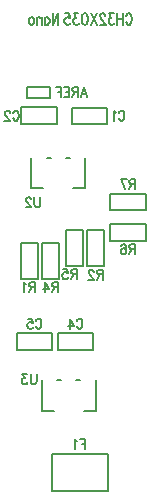
<source format=gbr>
G71*
G90*
G04 Quadcept GERBER*
%MOMM*%
%FSLAX44Y44*%
%ADD10C,0.15*%
%ADD11C,0.2*%
G54D10*
G01X32810Y115200D02*
G01X33130Y116000D01*
G01X33734Y116800D01*
G01X34374Y117200D01*
G01X35619D01*
G01X36223Y116800D01*
G01X36863Y116000D01*
G01X37148Y115200D01*
G01X37468Y114000D01*
G01Y112000D01*
G01X37148Y110800D01*
G01X36863Y110000D01*
G01X36223Y109200D01*
G01X35619Y108800D01*
G01X34374D01*
G01X33734Y109200D01*
G01X33130Y110000D01*
G01X32810Y110800D01*
G01X30310Y115600D02*
G01X29599Y116000D01*
G01X28532Y117200D01*
G01Y108800D01*
G01X-56590Y115200D02*
G01X-56270Y116000D01*
G01X-55666Y116800D01*
G01X-55026Y117200D01*
G01X-53781D01*
G01X-53177Y116800D01*
G01X-52537Y116000D01*
G01X-52252Y115200D01*
G01X-51932Y114000D01*
G01Y112000D01*
G01X-52252Y110800D01*
G01X-52537Y110000D01*
G01X-53177Y109200D01*
G01X-53781Y108800D01*
G01X-55026D01*
G01X-55666Y109200D01*
G01X-56270Y110000D01*
G01X-56590Y110800D01*
G01X-59446Y115200D02*
G01Y115600D01*
G01X-59801Y116400D01*
G01X-60157Y116800D01*
G01X-60868Y117200D01*
G01X-62290D01*
G01X-63001Y116800D01*
G01X-63357Y116400D01*
G01X-63712Y115600D01*
G01Y114800D01*
G01X-63357Y114000D01*
G01X-62646Y112800D01*
G01X-59090Y108800D01*
G01X-64068D01*
G01X-2750Y-60800D02*
G01X-2430Y-60000D01*
G01X-1826Y-59200D01*
G01X-1186Y-58800D01*
G01X0059D01*
G01X0663Y-59200D01*
G01X1303Y-60000D01*
G01X1588Y-60800D01*
G01X1908Y-62000D01*
G01Y-64000D01*
G01X1588Y-65200D01*
G01X1303Y-66000D01*
G01X0663Y-66800D01*
G01X0059Y-67200D01*
G01X-1186D01*
G01X-1826Y-66800D01*
G01X-2430Y-66000D01*
G01X-2750Y-65200D01*
G01X-8877Y-58800D02*
G01X-5250Y-64667D01*
G01X-9908D01*
G01X-8877Y-58800D02*
G01Y-67200D01*
G01X-37390Y-60800D02*
G01X-37070Y-60000D01*
G01X-36466Y-59200D01*
G01X-35826Y-58800D01*
G01X-34581D01*
G01X-33977Y-59200D01*
G01X-33337Y-60000D01*
G01X-33052Y-60800D01*
G01X-32732Y-62000D01*
G01Y-64000D01*
G01X-33052Y-65200D01*
G01X-33337Y-66000D01*
G01X-33977Y-66800D01*
G01X-34581Y-67200D01*
G01X-35826D01*
G01X-36466Y-66800D01*
G01X-37070Y-66000D01*
G01X-37390Y-65200D01*
G01X-44157Y-58800D02*
G01X-40601D01*
G01X-40246Y-62400D01*
G01X-40601Y-62000D01*
G01X-41668Y-61600D01*
G01X-42734D01*
G01X-43801Y-62000D01*
G01X-44512Y-62800D01*
G01X-44868Y-64000D01*
G01Y-64800D01*
G01X-44512Y-66000D01*
G01X-43801Y-66800D01*
G01X-42734Y-67200D01*
G01X-41668D01*
G01X-40601Y-66800D01*
G01X-40246Y-66400D01*
G01X-39890Y-65600D01*
G01X4450Y-160800D02*
G01Y-169200D01*
G01X4450Y-160800D02*
G01X-0172D01*
G01X4450Y-164800D02*
G01X1606D01*
G01X-2672Y-162400D02*
G01X-3383Y-162000D01*
G01X-4450Y-160800D01*
G01Y-169200D01*
G01X-18932Y-27800D02*
G01Y-36200D01*
G01X-18932Y-27800D02*
G01X-22132D01*
G01X-23199Y-28200D01*
G01X-23554Y-28600D01*
G01X-23910Y-29400D01*
G01Y-30200D01*
G01X-23554Y-31000D01*
G01X-23199Y-31400D01*
G01X-22132Y-31800D01*
G01X-18932D01*
G01X-21421Y-31800D02*
G01X-23910Y-36200D01*
G01X-30037Y-27800D02*
G01X-26410Y-33667D01*
G01X-31068D01*
G01X-30037Y-27800D02*
G01Y-36200D01*
G01X-2772Y-16800D02*
G01Y-25200D01*
G01X-2772Y-16800D02*
G01X-5972D01*
G01X-7039Y-17200D01*
G01X-7394Y-17600D01*
G01X-7750Y-18400D01*
G01Y-19200D01*
G01X-7394Y-20000D01*
G01X-7039Y-20400D01*
G01X-5972Y-20800D01*
G01X-2772D01*
G01X-5261Y-20800D02*
G01X-7750Y-25200D01*
G01X-14517Y-16800D02*
G01X-10961D01*
G01X-10606Y-20400D01*
G01X-10961Y-20000D01*
G01X-12028Y-19600D01*
G01X-13094D01*
G01X-14161Y-20000D01*
G01X-14872Y-20800D01*
G01X-15228Y-22000D01*
G01Y-22800D01*
G01X-14872Y-24000D01*
G01X-14161Y-24800D01*
G01X-13094Y-25200D01*
G01X-12028D01*
G01X-10961Y-24800D01*
G01X-10606Y-24400D01*
G01X-10250Y-23600D01*
G01X46550Y4200D02*
G01Y-4200D01*
G01X46550Y4200D02*
G01X43350D01*
G01X42283Y3800D01*
G01X41928Y3400D01*
G01X41572Y2600D01*
G01Y1800D01*
G01X41928Y1000D01*
G01X42283Y0600D01*
G01X43350Y0200D01*
G01X46550D01*
G01X44061Y0200D02*
G01X41572Y-4200D01*
G01X34806Y3000D02*
G01X35161Y3800D01*
G01X36228Y4200D01*
G01X36939D01*
G01X38006Y3800D01*
G01X38717Y2600D01*
G01X39072Y0600D01*
G01Y-1400D01*
G01X38717Y-3000D01*
G01X38006Y-3800D01*
G01X36939Y-4200D01*
G01X36583D01*
G01X35517Y-3800D01*
G01X34806Y-3000D01*
G01X34450Y-1800D01*
G01Y-1400D01*
G01X34806Y-0200D01*
G01X35517Y0600D01*
G01X36583Y1000D01*
G01X36939D01*
G01X38006Y0600D01*
G01X38717Y-0200D01*
G01X39072Y-1400D01*
G01X46728Y59200D02*
G01Y50800D01*
G01X46728Y59200D02*
G01X43528D01*
G01X42461Y58800D01*
G01X42106Y58400D01*
G01X41750Y57600D01*
G01Y56800D01*
G01X42106Y56000D01*
G01X42461Y55600D01*
G01X43528Y55200D01*
G01X46728D01*
G01X44239Y55200D02*
G01X41750Y50800D01*
G01X34272Y59200D02*
G01X37828Y50800D01*
G01X39250Y59200D02*
G01X34272D01*
G01X3361Y137191D02*
G01X5850Y128791D01*
G01X3361Y137191D02*
G01X0872Y128791D01*
G01X4926Y131058D02*
G01X1797D01*
G01X-1628Y137191D02*
G01Y128791D01*
G01X-1628Y137191D02*
G01X-4828D01*
G01X-5894Y136791D01*
G01X-6250Y136391D01*
G01X-6606Y135591D01*
G01Y134791D01*
G01X-6250Y133991D01*
G01X-5894Y133591D01*
G01X-4828Y133191D01*
G01X-1628D01*
G01X-4117Y133191D02*
G01X-6606Y128791D01*
G01X-9106Y137191D02*
G01Y128791D01*
G01X-9106Y137191D02*
G01X-13728D01*
G01X-9106Y133191D02*
G01X-11950D01*
G01X-9106Y128791D02*
G01X-13728D01*
G01X-16228Y137191D02*
G01Y128791D01*
G01X-16228Y137191D02*
G01X-20850D01*
G01X-16228Y133191D02*
G01X-19072D01*
G01X-38372Y-27800D02*
G01Y-36200D01*
G01X-38372Y-27800D02*
G01X-41572D01*
G01X-42639Y-28200D01*
G01X-42994Y-28600D01*
G01X-43350Y-29400D01*
G01Y-30200D01*
G01X-42994Y-31000D01*
G01X-42639Y-31400D01*
G01X-41572Y-31800D01*
G01X-38372D01*
G01X-40861Y-31800D02*
G01X-43350Y-36200D01*
G01X-45850Y-29400D02*
G01X-46561Y-29000D01*
G01X-47628Y-27800D01*
G01Y-36200D01*
G01X19228Y-17300D02*
G01Y-25700D01*
G01X19228Y-17300D02*
G01X16028D01*
G01X14961Y-17700D01*
G01X14606Y-18100D01*
G01X14250Y-18900D01*
G01Y-19700D01*
G01X14606Y-20500D01*
G01X14961Y-20900D01*
G01X16028Y-21300D01*
G01X19228D01*
G01X16739Y-21300D02*
G01X14250Y-25700D01*
G01X11394Y-19300D02*
G01Y-18900D01*
G01X11039Y-18100D01*
G01X10683Y-17700D01*
G01X9972Y-17300D01*
G01X8550D01*
G01X7839Y-17700D01*
G01X7483Y-18100D01*
G01X7128Y-18900D01*
G01Y-19700D01*
G01X7483Y-20500D01*
G01X8194Y-21700D01*
G01X11750Y-25700D01*
G01X6772D01*
G01X-36772Y-105800D02*
G01Y-111800D01*
G01X-37128Y-113000D01*
G01X-37839Y-113800D01*
G01X-38906Y-114200D01*
G01X-39617D01*
G01X-40683Y-113800D01*
G01X-41394Y-113000D01*
G01X-41750Y-111800D01*
G01Y-105800D01*
G01X-44961Y-105800D02*
G01X-48872D01*
G01X-46739Y-109000D01*
G01X-47806D01*
G01X-48517Y-109400D01*
G01X-48872Y-109800D01*
G01X-49228Y-111000D01*
G01Y-111800D01*
G01X-48872Y-113000D01*
G01X-48161Y-113800D01*
G01X-47094Y-114200D01*
G01X-46028D01*
G01X-44961Y-113800D01*
G01X-44606Y-113400D01*
G01X-44250Y-112600D01*
G01X-33772Y44200D02*
G01Y38200D01*
G01X-34128Y37000D01*
G01X-34839Y36200D01*
G01X-35906Y35800D01*
G01X-36617D01*
G01X-37683Y36200D01*
G01X-38394Y37000D01*
G01X-38750Y38200D01*
G01Y44200D01*
G01X-41606Y42200D02*
G01Y42600D01*
G01X-41961Y43400D01*
G01X-42317Y43800D01*
G01X-43028Y44200D01*
G01X-44450D01*
G01X-45161Y43800D01*
G01X-45517Y43400D01*
G01X-45872Y42600D01*
G01Y41800D01*
G01X-45517Y41000D01*
G01X-44806Y39800D01*
G01X-41250Y35800D01*
G01X-46228D01*
G01X38982Y197640D02*
G01X39302Y198600D01*
G01X39907Y199560D01*
G01X40547Y200040D01*
G01X41791D01*
G01X42396Y199560D01*
G01X43036Y198600D01*
G01X43320Y197640D01*
G01X43640Y196200D01*
G01Y193800D01*
G01X43320Y192360D01*
G01X43036Y191400D01*
G01X42396Y190440D01*
G01X41791Y189960D01*
G01X40547D01*
G01X39907Y190440D01*
G01X39302Y191400D01*
G01X38982Y192360D01*
G01X36482Y200040D02*
G01Y189960D01*
G01X31504Y200040D02*
G01Y189960D01*
G01X36482Y195240D02*
G01X31504D01*
G01X28293Y200040D02*
G01X24382D01*
G01X26516Y196200D01*
G01X25449D01*
G01X24738Y195720D01*
G01X24382Y195240D01*
G01X24027Y193800D01*
G01Y192840D01*
G01X24382Y191400D01*
G01X25093Y190440D01*
G01X26160Y189960D01*
G01X27227D01*
G01X28293Y190440D01*
G01X28649Y190920D01*
G01X29004Y191880D01*
G01X21171Y197640D02*
G01Y198120D01*
G01X20816Y199080D01*
G01X20460Y199560D01*
G01X19749Y200040D01*
G01X18327D01*
G01X17616Y199560D01*
G01X17260Y199080D01*
G01X16904Y198120D01*
G01Y197160D01*
G01X17260Y196200D01*
G01X17971Y194760D01*
G01X21527Y189960D01*
G01X16549D01*
G01X14049Y200040D02*
G01X9071Y189960D01*
G01X9071Y200040D02*
G01X14049Y189960D01*
G01X4438Y200040D02*
G01X5504Y199560D01*
G01X6216Y198120D01*
G01X6571Y195720D01*
G01Y194280D01*
G01X6216Y191880D01*
G01X5504Y190440D01*
G01X4438Y189960D01*
G01X3727D01*
G01X2660Y190440D01*
G01X1949Y191880D01*
G01X1593Y194280D01*
G01Y195720D01*
G01X1949Y198120D01*
G01X2660Y199560D01*
G01X3727Y200040D01*
G01X4438D01*
G01X-1618Y200040D02*
G01X-5529D01*
G01X-3396Y196200D01*
G01X-4462D01*
G01X-5173Y195720D01*
G01X-5529Y195240D01*
G01X-5884Y193800D01*
G01Y192840D01*
G01X-5529Y191400D01*
G01X-4818Y190440D01*
G01X-3751Y189960D01*
G01X-2684D01*
G01X-1618Y190440D01*
G01X-1262Y190920D01*
G01X-0907Y191880D01*
G01X-12651Y200040D02*
G01X-9096D01*
G01X-8740Y195720D01*
G01X-9096Y196200D01*
G01X-10162Y196680D01*
G01X-11229D01*
G01X-12296Y196200D01*
G01X-13007Y195240D01*
G01X-13362Y193800D01*
G01Y192840D01*
G01X-13007Y191400D01*
G01X-12296Y190440D01*
G01X-11229Y189960D01*
G01X-10162D01*
G01X-9096Y190440D01*
G01X-8740Y190920D01*
G01X-8384Y191880D01*
G01X-18362Y200040D02*
G01Y189960D01*
G01X-18362Y200040D02*
G01X-23340Y189960D01*
G01X-23340Y200040D02*
G01Y189960D01*
G01X-30107Y196680D02*
G01Y189960D01*
G01X-30107Y195240D02*
G01X-29396Y196200D01*
G01X-28684Y196680D01*
G01X-27618D01*
G01X-26907Y196200D01*
G01X-26196Y195240D01*
G01X-25840Y193800D01*
G01Y192840D01*
G01X-26196Y191400D01*
G01X-26907Y190440D01*
G01X-27618Y189960D01*
G01X-28684D01*
G01X-29396Y190440D01*
G01X-30107Y191400D01*
G01X-32607Y196680D02*
G01Y189960D01*
G01X-32607Y194760D02*
G01X-33673Y196200D01*
G01X-34384Y196680D01*
G01X-35451D01*
G01X-36162Y196200D01*
G01X-36518Y194760D01*
G01Y189960D01*
G01X-40796Y196680D02*
G01X-40084Y196200D01*
G01X-39373Y195240D01*
G01X-39018Y193800D01*
G01Y192840D01*
G01X-39373Y191400D01*
G01X-40084Y190440D01*
G01X-40796Y189960D01*
G01X-41862D01*
G01X-42573Y190440D01*
G01X-43284Y191400D01*
G01X-43640Y192840D01*
G01Y193800D01*
G01X-43284Y195240D01*
G01X-42573Y196200D01*
G01X-41862Y196680D01*
G01X-40796D01*
G54D11*
G01X22950Y105950D02*
G01Y119950D01*
G01X-7150Y105950D02*
G01X22950D01*
G01X-7150Y119950D02*
G01Y105950D01*
G01X22950Y119950D02*
G01X-7150D01*
G01X-49850Y120050D02*
G01Y106050D01*
G01X-19750Y120050D02*
G01X-49850D01*
G01X-19750Y106050D02*
G01Y120050D01*
G01X-49850Y106050D02*
G01X-19750D01*
G01X11050Y-85050D02*
G01Y-71050D01*
G01X-19050Y-85050D02*
G01X11050D01*
G01X-19050Y-71050D02*
G01Y-85050D01*
G01X11050Y-71050D02*
G01X-19050D01*
G01X-53850Y-70950D02*
G01Y-84950D01*
G01X-23750Y-70950D02*
G01X-53850D01*
G01X-23750Y-84950D02*
G01Y-70950D01*
G01X-53850Y-84950D02*
G01X-23750D01*
G01X-24000Y-173500D02*
G01Y-204500D01*
G01X24000Y-173500D02*
G01X-24000D01*
G01X24000Y-204500D02*
G01Y-173500D01*
G01X-24000Y-204500D02*
G01X24000D01*
G01X-17950Y5050D02*
G01X-31950D01*
G01X-17950Y-25050D02*
G01Y5050D01*
G01X-31950Y-25050D02*
G01X-17950D01*
G01X-31950Y5050D02*
G01Y-25050D01*
G01X2050Y16050D02*
G01X-11950D01*
G01X2050Y-14050D02*
G01Y16050D01*
G01X-11950Y-14050D02*
G01X2050D01*
G01X-11950Y16050D02*
G01Y-14050D01*
G01X55550Y7150D02*
G01Y21150D01*
G01X25450Y7150D02*
G01X55550D01*
G01X25450Y21150D02*
G01Y7150D01*
G01X55550Y21150D02*
G01X25450D01*
G01X55550Y32950D02*
G01Y46950D01*
G01X25450Y32950D02*
G01X55550D01*
G01X25450Y46950D02*
G01Y32950D01*
G01X55550Y46950D02*
G01X25450D01*
G01X-25714Y128334D02*
G01Y137334D01*
G01X-44714Y137334D02*
G01Y128334D01*
G01X-25714Y137334D02*
G01X-44714D01*
G01X-44714Y128334D02*
G01X-25714D01*
G01X-35950Y5050D02*
G01X-49950D01*
G01X-35950Y-25050D02*
G01Y5050D01*
G01X-49950Y-25050D02*
G01X-35950D01*
G01X-49950Y5050D02*
G01Y-25050D01*
G01X20050Y16050D02*
G01X6050D01*
G01X20050Y-14050D02*
G01Y16050D01*
G01X6050Y-14050D02*
G01X20050D01*
G01X6050Y16050D02*
G01Y-14050D01*
G01X-19306Y-110969D02*
G01X-15975D01*
G01X13387Y-110969D02*
G01Y-136877D01*
G01X3125D01*
G01X-32587Y-136877D02*
G01Y-110969D01*
G01X-22325Y-136877D02*
G01X-32587D01*
G01X-3225Y-110969D02*
G01X0106D01*
G01X-28306Y77431D02*
G01X-24975D01*
G01X4387Y77431D02*
G01Y51523D01*
G01X-5875D01*
G01X-41587Y51523D02*
G01Y77431D01*
G01X-31325Y51523D02*
G01X-41587D01*
G01X-12225Y77431D02*
G01X-8894D01*
M02*

</source>
